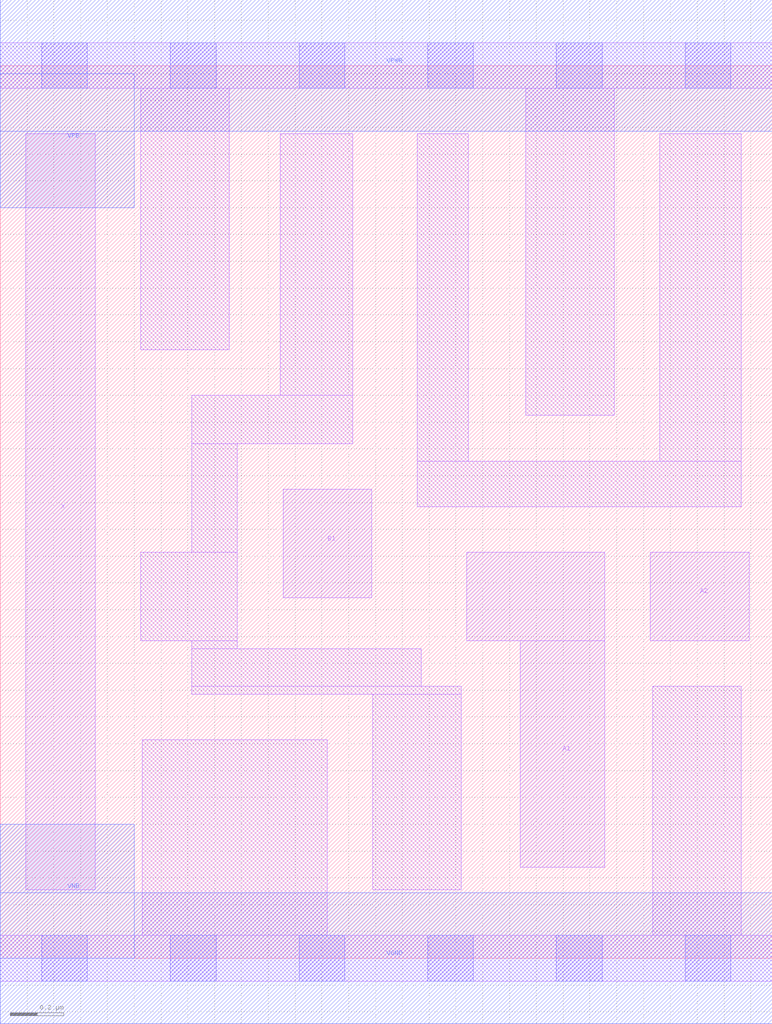
<source format=lef>
# Copyright 2020 The SkyWater PDK Authors
#
# Licensed under the Apache License, Version 2.0 (the "License");
# you may not use this file except in compliance with the License.
# You may obtain a copy of the License at
#
#     https://www.apache.org/licenses/LICENSE-2.0
#
# Unless required by applicable law or agreed to in writing, software
# distributed under the License is distributed on an "AS IS" BASIS,
# WITHOUT WARRANTIES OR CONDITIONS OF ANY KIND, either express or implied.
# See the License for the specific language governing permissions and
# limitations under the License.
#
# SPDX-License-Identifier: Apache-2.0

VERSION 5.5 ;
NAMESCASESENSITIVE ON ;
BUSBITCHARS "[]" ;
DIVIDERCHAR "/" ;
MACRO sky130_fd_sc_lp__a21o_1
  CLASS CORE ;
  SOURCE USER ;
  ORIGIN  0.000000  0.000000 ;
  SIZE  2.880000 BY  3.330000 ;
  SYMMETRY X Y R90 ;
  SITE unit ;
  PIN A1
    ANTENNAGATEAREA  0.315000 ;
    DIRECTION INPUT ;
    USE SIGNAL ;
    PORT
      LAYER li1 ;
        RECT 1.740000 1.185000 2.255000 1.515000 ;
        RECT 1.940000 0.340000 2.255000 1.185000 ;
    END
  END A1
  PIN A2
    ANTENNAGATEAREA  0.315000 ;
    DIRECTION INPUT ;
    USE SIGNAL ;
    PORT
      LAYER li1 ;
        RECT 2.425000 1.185000 2.795000 1.515000 ;
    END
  END A2
  PIN B1
    ANTENNAGATEAREA  0.315000 ;
    DIRECTION INPUT ;
    USE SIGNAL ;
    PORT
      LAYER li1 ;
        RECT 1.055000 1.345000 1.385000 1.750000 ;
    END
  END B1
  PIN X
    ANTENNADIFFAREA  0.556500 ;
    DIRECTION OUTPUT ;
    USE SIGNAL ;
    PORT
      LAYER li1 ;
        RECT 0.095000 0.255000 0.355000 3.075000 ;
    END
  END X
  PIN VGND
    DIRECTION INOUT ;
    USE GROUND ;
    PORT
      LAYER met1 ;
        RECT 0.000000 -0.245000 2.880000 0.245000 ;
    END
  END VGND
  PIN VNB
    DIRECTION INOUT ;
    USE GROUND ;
    PORT
      LAYER met1 ;
        RECT 0.000000 0.000000 0.500000 0.500000 ;
    END
  END VNB
  PIN VPB
    DIRECTION INOUT ;
    USE POWER ;
    PORT
      LAYER met1 ;
        RECT 0.000000 2.800000 0.500000 3.300000 ;
    END
  END VPB
  PIN VPWR
    DIRECTION INOUT ;
    USE POWER ;
    PORT
      LAYER met1 ;
        RECT 0.000000 3.085000 2.880000 3.575000 ;
    END
  END VPWR
  OBS
    LAYER li1 ;
      RECT 0.000000 -0.085000 2.880000 0.085000 ;
      RECT 0.000000  3.245000 2.880000 3.415000 ;
      RECT 0.525000  1.185000 0.885000 1.515000 ;
      RECT 0.525000  2.270000 0.855000 3.245000 ;
      RECT 0.530000  0.085000 1.220000 0.815000 ;
      RECT 0.715000  0.985000 1.720000 1.015000 ;
      RECT 0.715000  1.015000 1.570000 1.155000 ;
      RECT 0.715000  1.155000 0.885000 1.185000 ;
      RECT 0.715000  1.515000 0.885000 1.920000 ;
      RECT 0.715000  1.920000 1.315000 2.100000 ;
      RECT 1.045000  2.100000 1.315000 3.075000 ;
      RECT 1.390000  0.255000 1.720000 0.985000 ;
      RECT 1.555000  1.685000 2.765000 1.855000 ;
      RECT 1.555000  1.855000 1.745000 3.075000 ;
      RECT 1.960000  2.025000 2.290000 3.245000 ;
      RECT 2.435000  0.085000 2.765000 1.015000 ;
      RECT 2.460000  1.855000 2.765000 3.075000 ;
    LAYER mcon ;
      RECT 0.155000 -0.085000 0.325000 0.085000 ;
      RECT 0.155000  3.245000 0.325000 3.415000 ;
      RECT 0.635000 -0.085000 0.805000 0.085000 ;
      RECT 0.635000  3.245000 0.805000 3.415000 ;
      RECT 1.115000 -0.085000 1.285000 0.085000 ;
      RECT 1.115000  3.245000 1.285000 3.415000 ;
      RECT 1.595000 -0.085000 1.765000 0.085000 ;
      RECT 1.595000  3.245000 1.765000 3.415000 ;
      RECT 2.075000 -0.085000 2.245000 0.085000 ;
      RECT 2.075000  3.245000 2.245000 3.415000 ;
      RECT 2.555000 -0.085000 2.725000 0.085000 ;
      RECT 2.555000  3.245000 2.725000 3.415000 ;
  END
END sky130_fd_sc_lp__a21o_1

</source>
